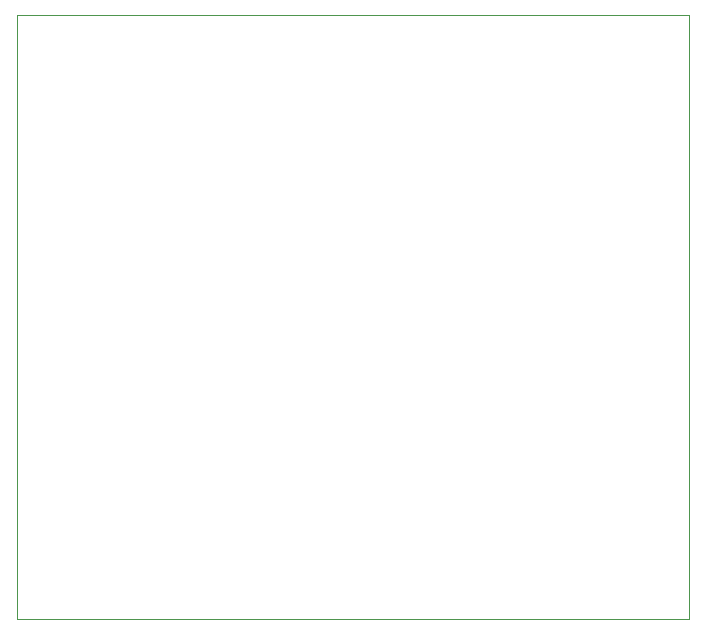
<source format=gm1>
G04 #@! TF.GenerationSoftware,KiCad,Pcbnew,9.0.0*
G04 #@! TF.CreationDate,2025-04-25T18:31:33-04:00*
G04 #@! TF.ProjectId,bq25171_breakout,62713235-3137-4315-9f62-7265616b6f75,rev?*
G04 #@! TF.SameCoordinates,Original*
G04 #@! TF.FileFunction,Profile,NP*
%FSLAX46Y46*%
G04 Gerber Fmt 4.6, Leading zero omitted, Abs format (unit mm)*
G04 Created by KiCad (PCBNEW 9.0.0) date 2025-04-25 18:31:33*
%MOMM*%
%LPD*%
G01*
G04 APERTURE LIST*
G04 #@! TA.AperFunction,Profile*
%ADD10C,0.050000*%
G04 #@! TD*
G04 APERTURE END LIST*
D10*
X100730000Y-74050000D02*
X157630000Y-74050000D01*
X157630000Y-125150000D01*
X100730000Y-125150000D01*
X100730000Y-74050000D01*
M02*

</source>
